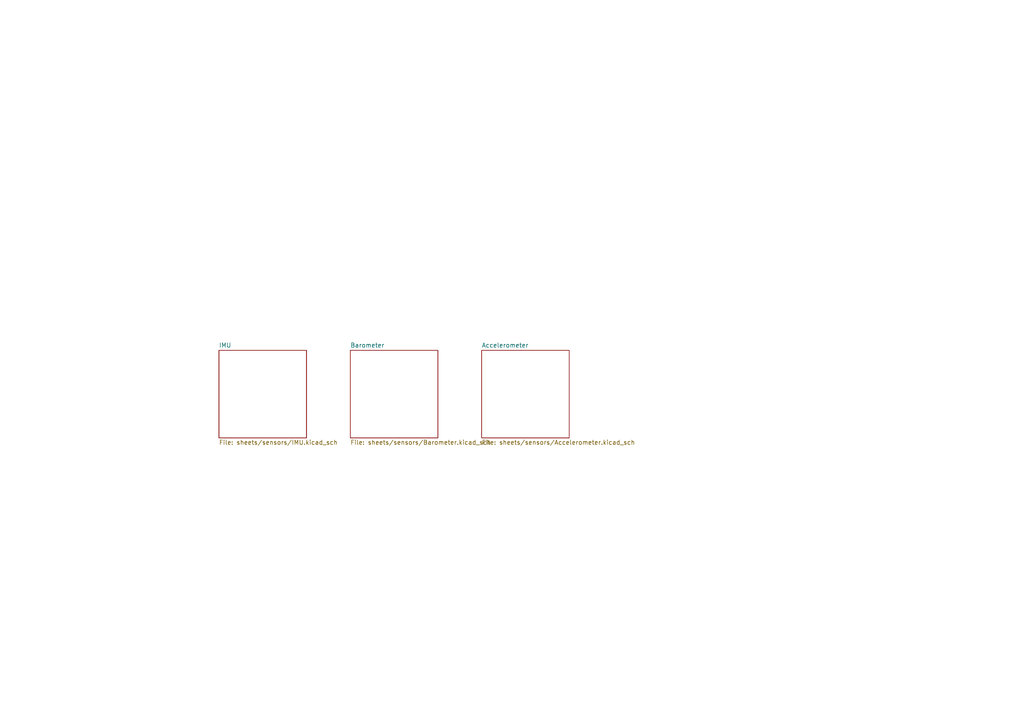
<source format=kicad_sch>
(kicad_sch
	(version 20250114)
	(generator "eeschema")
	(generator_version "9.0")
	(uuid "86508a9d-6aaf-42b6-82d4-5fda3d1c7931")
	(paper "A4")
	(title_block
		(title "${BOARD_NAME}")
		(date "${RELEASE_DATE}")
		(rev "${REVISION}")
		(company "${COMPANY}")
		(comment 1 "${VARIANT}")
	)
	(lib_symbols)
	(sheet
		(at 139.7 101.6)
		(size 25.4 25.4)
		(exclude_from_sim no)
		(in_bom yes)
		(on_board yes)
		(dnp no)
		(fields_autoplaced yes)
		(stroke
			(width 0.1524)
			(type solid)
		)
		(fill
			(color 0 0 0 0.0000)
		)
		(uuid "2be7367e-bc3d-4720-a273-61e25c82a758")
		(property "Sheetname" "Accelerometer"
			(at 139.7 100.8884 0)
			(effects
				(font
					(size 1.27 1.27)
				)
				(justify left bottom)
			)
		)
		(property "Sheetfile" "sheets/sensors/Accelerometer.kicad_sch"
			(at 139.7 127.5846 0)
			(effects
				(font
					(size 1.27 1.27)
				)
				(justify left top)
			)
		)
		(instances
			(project "Laika"
				(path "/57baccbf-5d29-4714-8f2e-7e9f593fcdf8/6c078d98-f795-4bff-ba6d-ace5d579e960/ba230dfb-0557-4ab9-8852-5cafebe5e88a"
					(page "9")
				)
			)
		)
	)
	(sheet
		(at 101.6 101.6)
		(size 25.4 25.4)
		(exclude_from_sim no)
		(in_bom yes)
		(on_board yes)
		(dnp no)
		(fields_autoplaced yes)
		(stroke
			(width 0.1524)
			(type solid)
		)
		(fill
			(color 0 0 0 0.0000)
		)
		(uuid "36537423-51c7-4eee-9bcb-03bb0ff13320")
		(property "Sheetname" "Barometer"
			(at 101.6 100.8884 0)
			(effects
				(font
					(size 1.27 1.27)
				)
				(justify left bottom)
			)
		)
		(property "Sheetfile" "sheets/sensors/Barometer.kicad_sch"
			(at 101.6 127.5846 0)
			(effects
				(font
					(size 1.27 1.27)
				)
				(justify left top)
			)
		)
		(instances
			(project "Laika"
				(path "/57baccbf-5d29-4714-8f2e-7e9f593fcdf8/6c078d98-f795-4bff-ba6d-ace5d579e960/ba230dfb-0557-4ab9-8852-5cafebe5e88a"
					(page "8")
				)
			)
		)
	)
	(sheet
		(at 63.5 101.6)
		(size 25.4 25.4)
		(exclude_from_sim no)
		(in_bom yes)
		(on_board yes)
		(dnp no)
		(fields_autoplaced yes)
		(stroke
			(width 0.1524)
			(type solid)
		)
		(fill
			(color 0 0 0 0.0000)
		)
		(uuid "d45d1386-1f74-4a90-94b4-015d5f010220")
		(property "Sheetname" "IMU"
			(at 63.5 100.8884 0)
			(effects
				(font
					(size 1.27 1.27)
				)
				(justify left bottom)
			)
		)
		(property "Sheetfile" "sheets/sensors/IMU.kicad_sch"
			(at 63.5 127.5846 0)
			(effects
				(font
					(size 1.27 1.27)
				)
				(justify left top)
			)
		)
		(instances
			(project "Laika"
				(path "/57baccbf-5d29-4714-8f2e-7e9f593fcdf8/6c078d98-f795-4bff-ba6d-ace5d579e960/ba230dfb-0557-4ab9-8852-5cafebe5e88a"
					(page "7")
				)
			)
		)
	)
)

</source>
